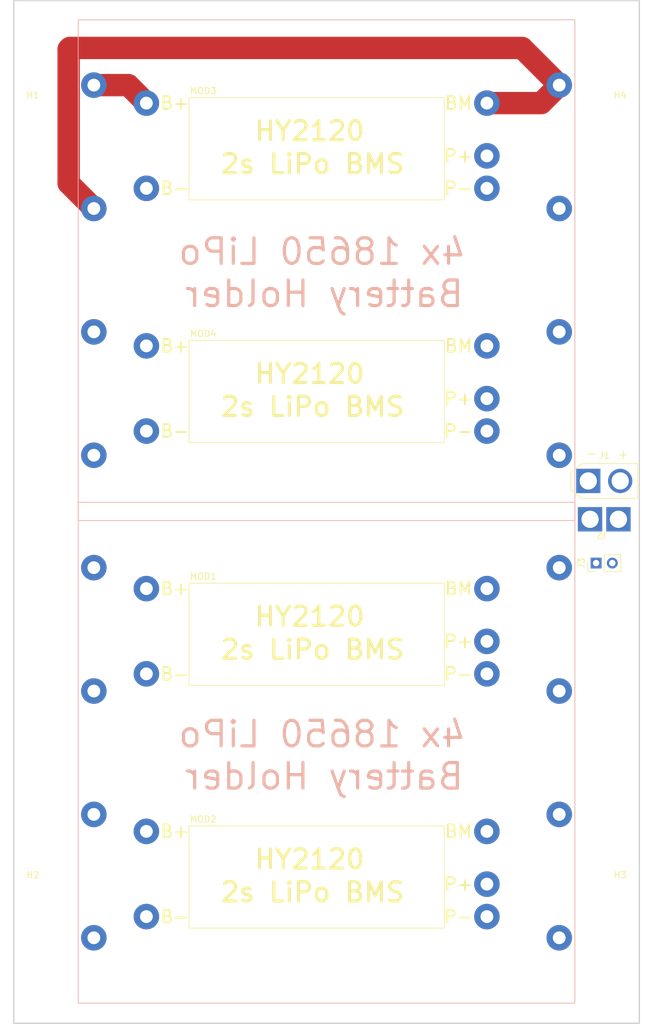
<source format=kicad_pcb>
(kicad_pcb (version 20211014) (generator pcbnew)
  (layers (0 "F.Cu" signal) (31 "B.Cu" signal) (34 "B.Paste" user) (35 "F.Paste" user) (36 "B.SilkS" user "B.Silkscreen") (37 "F.SilkS" user "F.Silkscreen") (38 "B.Mask" user) (39 "F.Mask" user) (44 "Edge.Cuts" user))
  (net 0 "")
  (net 1 "Net-(BH1-Pad1)")
  (net 2 "Net-(BH1-Pad2)")
  (net 3 "Net-(BH1-Pad3)")
  (net 4 "Net-(BH1-Pad4)")
  (net 5 "Net-(BH1-Pad6)")
  (net 6 "Net-(BH1-Pad8)")
  (net 7 "Net-(BH2-Pad1)")
  (net 8 "Net-(BH2-Pad2)")
  (net 9 "Net-(BH2-Pad3)")
  (net 10 "Net-(BH2-Pad4)")
  (net 11 "Net-(BH2-Pad6)")
  (net 12 "Net-(BH2-Pad8)")
  (net 13 "Net-(J2-Pad2)")
  (net 14 "-BATT")
  (net 15 "+BATT")
  (footprint "Connector_PinHeader_2.54mm:PinHeader_1x02_P2.54mm_Vertical" (layer "F.Cu") (at 91.225 88 90)
    (fp_text reference "J3" (at 0 -2.33 90) (layer "F.SilkS"))
    (fp_text value "Conn_01x02" hide)
    (fp_line (start -1.33 -1.33) (end 0 -1.33) (layer "F.SilkS") (width 0.12))
    (fp_line (start -1.33 3.87) (end 1.33 3.87) (layer "F.SilkS") (width 0.12))
    (fp_line (start -1.33 1.27) (end 1.33 1.27) (layer "F.SilkS") (width 0.12))
    (fp_line (start -1.33 0) (end -1.33 -1.33) (layer "F.SilkS") (width 0.12))
    (fp_line (start 1.33 1.27) (end 1.33 3.87) (layer "F.SilkS") (width 0.12))
    (fp_line (start -1.33 1.27) (end -1.33 3.87) (layer "F.SilkS") (width 0.12))
    (pad "1" thru_hole rect (at 0 0 90) (size 1.7 1.7) (drill 1) (layers *.Cu *.Mask) (net 14 "-BATT"))
    (pad "2" thru_hole oval (at 0 2.54 90) (size 1.7 1.7) (drill 1) (layers *.Cu *.Mask) (net 10 "Net-(BH2-Pad4)"))
  )
  (footprint "MountingHole:MountingHole_3.2mm_M3" (layer "F.Cu") (at 3 141)
    (fp_text reference "H2" (at 0 -4.2) (layer "F.SilkS"))
    (fp_text value "MountingHole")
    (pad "" np_thru_hole circle locked (at 0 0) (size 3.2 3.2) (drill 3.2) (layers *.Cu *.Mask))
  )
  (footprint "MountingHole:MountingHole_3.2mm_M3" (layer "F.Cu") (at 95 19)
    (fp_text reference "H4" (at 0 -4.2) (layer "F.SilkS"))
    (fp_text value "MountingHole")
    (pad "" np_thru_hole circle locked (at 0 0) (size 3.2 3.2) (drill 3.2) (layers *.Cu *.Mask))
  )
  (footprint "MountingHole:MountingHole_3.2mm_M3" (layer "F.Cu") (at 95 141)
    (fp_text reference "H3" (at 0 -4.2) (layer "F.SilkS"))
    (fp_text value "MountingHole")
    (pad "" np_thru_hole circle locked (at 0 0) (size 3.2 3.2) (drill 3.2) (layers *.Cu *.Mask))
  )
  (footprint "General:HY2120" (layer "F.Cu") (at 20.78 16.0325)
    (fp_text reference "MOD3" (at 8.89 -1.905 unlocked) (layer "F.SilkS"))
    (fp_text value "HY2120-Module")
    (fp_text user "HY2120" (at 25.5778 4.3688 unlocked) (layer "F.SilkS") (effects (font (size 3 3) (thickness 0.5))))
    (fp_text user "P+" (at 48.895 8.255 unlocked) (layer "F.SilkS") (effects (font (size 2 2) (thickness 0.3))))
    (fp_text user "BM" (at 48.895 0 unlocked) (layer "F.SilkS") (effects (font (size 2 2) (thickness 0.3))))
    (fp_text user "B+" (at 4.445 0 unlocked) (layer "F.SilkS") (effects (font (size 2 2) (thickness 0.3))))
    (fp_text user "P-" (at 48.895 13.335 unlocked) (layer "F.SilkS") (effects (font (size 2 2) (thickness 0.3))))
    (fp_text user "B-" (at 4.445 13.335 unlocked) (layer "F.SilkS") (effects (font (size 2 2) (thickness 0.3))))
    (fp_text user "2s LiPo BMS" (at 26.035 9.525 unlocked) (layer "F.SilkS") (effects (font (size 3 3) (thickness 0.5))))
    (fp_rect (start 6.67 -0.8616) (end 46.67 15.1384) (layer "F.SilkS") (width 0.12) (fill none))
    (pad "1" thru_hole circle (at 0 0) (size 4 4) (drill 2) (layers *.Cu *.Mask) (net 12 "Net-(BH2-Pad8)"))
    (pad "2" thru_hole circle (at 53.34 0) (size 4 4) (drill 2) (layers *.Cu *.Mask) (net 7 "Net-(BH2-Pad1)"))
    (pad "3" thru_hole circle (at 0 13.334) (size 4 4) (drill 2) (layers *.Cu *.Mask) (net 8 "Net-(BH2-Pad2)"))
    (pad "4" thru_hole circle (at 53.34 13.335) (size 4 4) (drill 2) (layers *.Cu *.Mask) (net 14 "-BATT"))
    (pad "5" thru_hole circle (at 53.34 8.255) (size 4 4) (drill 2) (layers *.Cu *.Mask) (net 13 "Net-(J2-Pad2)"))
  )
  (footprint "General:HY2120" (layer "F.Cu") (at 20.78 129.9825)
    (fp_text reference "MOD2" (at 8.89 -1.905 unlocked) (layer "F.SilkS"))
    (fp_text value "HY2120-Module")
    (fp_text user "BM" (at 48.895 0 unlocked) (layer "F.SilkS") (effects (font (size 2 2) (thickness 0.3))))
    (fp_text user "2s LiPo BMS" (at 26.035 9.525 unlocked) (layer "F.SilkS") (effects (font (size 3 3) (thickness 0.5))))
    (fp_text user "B+" (at 4.445 0 unlocked) (layer "F.SilkS") (effects (font (size 2 2) (thickness 0.3))))
    (fp_text user "P-" (at 48.895 13.335 unlocked) (layer "F.SilkS") (effects (font (size 2 2) (thickness 0.3))))
    (fp_text user "HY2120" (at 25.5778 4.3688 unlocked) (layer "F.SilkS") (effects (font (size 3 3) (thickness 0.5))))
    (fp_text user "P+" (at 48.895 8.255 unlocked) (layer "F.SilkS") (effects (font (size 2 2) (thickness 0.3))))
    (fp_text user "B-" (at 4.445 13.335 unlocked) (layer "F.SilkS") (effects (font (size 2 2) (thickness 0.3))))
    (fp_rect (start 6.67 -0.8616) (end 46.67 15.1384) (layer "F.SilkS") (width 0.12) (fill none))
    (pad "1" thru_hole circle (at 0 0) (size 4 4) (drill 2) (layers *.Cu *.Mask) (net 5 "Net-(BH1-Pad6)"))
    (pad "2" thru_hole circle (at 53.34 0) (size 4 4) (drill 2) (layers *.Cu *.Mask) (net 3 "Net-(BH1-Pad3)"))
    (pad "3" thru_hole circle (at 0 13.334) (size 4 4) (drill 2) (layers *.Cu *.Mask) (net 4 "Net-(BH1-Pad4)"))
    (pad "4" thru_hole circle (at 53.34 13.335) (size 4 4) (drill 2) (layers *.Cu *.Mask) (net 14 "-BATT"))
    (pad "5" thru_hole circle (at 53.34 8.255) (size 4 4) (drill 2) (layers *.Cu *.Mask) (net 13 "Net-(J2-Pad2)"))
  )
  (footprint "General:HY2120" (layer "F.Cu") (at 20.78 91.999166)
    (fp_text reference "MOD1" (at 8.89 -1.905 unlocked) (layer "F.SilkS"))
    (fp_text value "HY2120-Module")
    (fp_text user "BM" (at 48.895 0 unlocked) (layer "F.SilkS") (effects (font (size 2 2) (thickness 0.3))))
    (fp_text user "2s LiPo BMS" (at 26.035 9.525 unlocked) (layer "F.SilkS") (effects (font (size 3 3) (thickness 0.5))))
    (fp_text user "P-" (at 48.895 13.335 unlocked) (layer "F.SilkS") (effects (font (size 2 2) (thickness 0.3))))
    (fp_text user "B-" (at 4.445 13.335 unlocked) (layer "F.SilkS") (effects (font (size 2 2) (thickness 0.3))))
    (fp_text user "B+" (at 4.445 0 unlocked) (layer "F.SilkS") (effects (font (size 2 2) (thickness 0.3))))
    (fp_text user "HY2120" (at 25.5778 4.3688 unlocked) (layer "F.SilkS") (effects (font (size 3 3) (thickness 0.5))))
    (fp_text user "P+" (at 48.895 8.255 unlocked) (layer "F.SilkS") (effects (font (size 2 2) (thickness 0.3))))
    (fp_rect (start 6.67 -0.8616) (end 46.67 15.1384) (layer "F.SilkS") (width 0.12) (fill none))
    (pad "1" thru_hole circle (at 0 0) (size 4 4) (drill 2) (layers *.Cu *.Mask) (net 6 "Net-(BH1-Pad8)"))
    (pad "2" thru_hole circle (at 53.34 0) (size 4 4) (drill 2) (layers *.Cu *.Mask) (net 1 "Net-(BH1-Pad1)"))
    (pad "3" thru_hole circle (at 0 13.334) (size 4 4) (drill 2) (layers *.Cu *.Mask) (net 2 "Net-(BH1-Pad2)"))
    (pad "4" thru_hole circle (at 53.34 13.335) (size 4 4) (drill 2) (layers *.Cu *.Mask) (net 14 "-BATT"))
    (pad "5" thru_hole circle (at 53.34 8.255) (size 4 4) (drill 2) (layers *.Cu *.Mask) (net 13 "Net-(J2-Pad2)"))
  )
  (footprint "General:+Batt Conn." (layer "F.Cu") (at 94.7225 81.15 180)
    (fp_text reference "J2" (at 2.54 -2.54 180 unlocked) (layer "F.SilkS"))
    (fp_text value "Conn_01x02" hide)
    (pad "1" thru_hole rect (at 0 0 180) (size 3.8 3.8) (drill 2.7) (layers *.Cu *.Mask) (net 15 "+BATT"))
    (pad "2" thru_hole rect (at 4.445 0 180) (size 3.8 3.8) (drill 2.7) (layers *.Cu *.Mask) (net 13 "Net-(J2-Pad2)"))
  )
  (footprint "Connector_AMASS:AMASS_XT30U-M_1x02_P5.0mm_Vertical" (layer "F.Cu") (at 90 75.15)
    (fp_text reference "J1" (at 2.5 -4) (layer "F.SilkS"))
    (fp_text value "Conn_01x02" hide)
    (fp_text user "-" (at 0.5 -4.3) (layer "F.SilkS") (effects (font (size 1.5 1.5))))
    (fp_text user "+" (at 5.5 -4.2) (layer "F.SilkS") (effects (font (size 1.5 1.5))))
    (fp_line (start -2.71 -1.41) (end -2.71 1.41) (layer "F.SilkS") (width 0.12))
    (fp_line (start -1.01 -2.71) (end 7.71 -2.71) (layer "F.SilkS") (width 0.12))
    (fp_line (start 7.71 -2.71) (end 7.71 2.71) (layer "F.SilkS") (width 0.12))
    (fp_line (start -2.71 -1.41) (end -1.01 -2.71) (layer "F.SilkS") (width 0.12))
    (fp_line (start -1.01 2.71) (end 7.71 2.71) (layer "F.SilkS") (width 0.12))
    (fp_line (start -2.71 1.41) (end -1.01 2.71) (layer "F.SilkS") (width 0.12))
    (pad "1" thru_hole rect (at 0 0) (size 3.8 3.8) (drill 2.7) (layers *.Cu *.Mask) (net 14 "-BATT"))
    (pad "2" thru_hole circle (at 5 0) (size 3.8 3.8) (drill 2.7) (layers *.Cu *.Mask) (net 15 "+BATT"))
  )
  (footprint "General:HY2120" (layer "F.Cu") (at 20.78 54.015833)
    (fp_text reference "MOD4" (at 8.89 -1.905 unlocked) (layer "F.SilkS"))
    (fp_text value "HY2120-Module")
    (fp_text user "2s LiPo BMS" (at 26.035 9.525 unlocked) (layer "F.SilkS") (effects (font (size 3 3) (thickness 0.5))))
    (fp_text user "B+" (at 4.445 0 unlocked) (layer "F.SilkS") (effects (font (size 2 2) (thickness 0.3))))
    (fp_text user "BM" (at 48.895 0 unlocked) (layer "F.SilkS") (effects (font (size 2 2) (thickness 0.3))))
    (fp_text user "P-" (at 48.895 13.335 unlocked) (layer "F.SilkS") (effects (font (size 2 2) (thickness 0.3))))
    (fp_text user "P+" (at 48.895 8.255 unlocked) (layer "F.SilkS") (effects (font (size 2 2) (thickness 0.3))))
    (fp_text user "HY2120" (at 25.5778 4.3688 unlocked) (layer "F.SilkS") (effects (font (size 3 3) (thickness 0.5))))
    (fp_text user "B-" (at 4.445 13.335 unlocked) (layer "F.SilkS") (effects (font (size 2 2) (thickness 0.3))))
    (fp_rect (start 6.67 -0.8616) (end 46.67 15.1384) (layer "F.SilkS") (width 0.12) (fill none))
    (pad "1" thru_hole circle (at 0 0) (size 4 4) (drill 2) (layers *.Cu *.Mask) (net 11 "Net-(BH2-Pad6)"))
    (pad "2" thru_hole circle (at 53.34 0) (size 4 4) (drill 2) (layers *.Cu *.Mask) (net 9 "Net-(BH2-Pad3)"))
    (pad "3" thru_hole circle (at 0 13.334) (size 4 4) (drill 2) (layers *.Cu *.Mask) (net 10 "Net-(BH2-Pad4)"))
    (pad "4" thru_hole circle (at 53.34 13.335) (size 4 4) (drill 2) (layers *.Cu *.Mask) (net 14 "-BATT"))
    (pad "5" thru_hole circle (at 53.34 8.255) (size 4 4) (drill 2) (layers *.Cu *.Mask) (net 13 "Net-(J2-Pad2)"))
  )
  (footprint "MountingHole:MountingHole_3.2mm_M3" (layer "F.Cu") (at 3 19)
    (fp_text reference "H1" (at 0 -4.2) (layer "F.SilkS"))
    (fp_text value "MountingHole")
    (pad "" np_thru_hole circle locked (at 0 0) (size 3.2 3.2) (drill 3.2) (layers *.Cu *.Mask))
  )
  (footprint "General:4x_18650_LiPo_Module" (layer "B.Cu") (at 49 3 180)
    (fp_text reference "BH2" hide)
    (fp_text value "4x_18650_LiPo_Holder" hide)
    (fp_text user "Battery Holder" (at 0.3698 -42.884 unlocked) (layer "B.SilkS") (effects (font (size 4 4) (thickness 0.5)) (justify mirror)))
    (fp_text user "4x 18650 LiPo" (at 0.7 -36.28 unlocked) (layer "B.SilkS") (effects (font (size 4 4) (thickness 0.5)) (justify mirror)))
    (fp_rect (start -38.9 0) (end 38.9 -78.35) (layer "B.SilkS") (width 0.12) (fill none))
    (pad "1" thru_hole circle (at -36.449 -10.219 180) (size 4 4) (drill 2) (layers *.Cu *.Mask) (net 7 "Net-(BH2-Pad1)"))
    (pad "2" thru_hole circle (at -36.449 -29.523 180) (size 4 4) (drill 2) (layers *.Cu *.Mask) (net 8 "Net-(BH2-Pad2)"))
    (pad "3" thru_hole circle (at -36.449 -48.827 180) (size 4 4) (drill 2) (layers *.Cu *.Mask) (net 9 "Net-(BH2-Pad3)"))
    (pad "4" thru_hole circle (at -36.449 -68.131 90) (size 4 4) (drill 2) (layers *.Cu *.Mask) (net 10 "Net-(BH2-Pad4)"))
    (pad "5" thru_hole circle (at 36.449 -68.131 180) (size 4 4) (drill 2) (layers *.Cu *.Mask) (net 9 "Net-(BH2-Pad3)"))
    (pad "6" thru_hole circle (at 36.449 -48.827 180) (size 4 4) (drill 2) (layers *.Cu *.Mask) (net 11 "Net-(BH2-Pad6)"))
    (pad "7" thru_hole circle (at 36.449 -29.523 180) (size 4 4) (drill 2) (layers *.Cu *.Mask) (net 7 "Net-(BH2-Pad1)"))
    (pad "8" thru_hole circle (at 36.449 -10.219 180) (size 4 4) (drill 2) (layers *.Cu *.Mask) (net 12 "Net-(BH2-Pad8)"))
  )
  (footprint "General:4x_18650_LiPo_Module" (layer "B.Cu") (at 49 78.5 180)
    (fp_text reference "BH1" hide)
    (fp_text value "4x_18650_LiPo_Holder" hide)
    (fp_text user "4x 18650 LiPo" (at 0.7 -36.28 unlocked) (layer "B.SilkS") (effects (font (size 4 4) (thickness 0.5)) (justify mirror)))
    (fp_text user "Battery Holder" (at 0.3698 -42.884 unlocked) (layer "B.SilkS") (effects (font (size 4 4) (thickness 0.5)) (justify mirror)))
    (fp_rect (start -38.9 0) (end 38.9 -78.35) (layer "B.SilkS") (width 0.12) (fill none))
    (pad "1" thru_hole circle (at -36.449 -10.219 180) (size 4 4) (drill 2) (layers *.Cu *.Mask) (net 1 "Net-(BH1-Pad1)"))
    (pad "2" thru_hole circle (at -36.449 -29.523 180) (size 4 4) (drill 2) (layers *.Cu *.Mask) (net 2 "Net-(BH1-Pad2)"))
    (pad "3" thru_hole circle (at -36.449 -48.827 180) (size 4 4) (drill 2) (layers *.Cu *.Mask) (net 3 "Net-(BH1-Pad3)"))
    (pad "4" thru_hole circle (at -36.449 -68.131 90) (size 4 4) (drill 2) (layers *.Cu *.Mask) (net 4 "Net-(BH1-Pad4)"))
    (pad "5" thru_hole circle (at 36.449 -68.131 180) (size 4 4) (drill 2) (layers *.Cu *.Mask) (net 3 "Net-(BH1-Pad3)"))
    (pad "6" thru_hole circle (at 36.449 -48.827 180) (size 4 4) (drill 2) (layers *.Cu *.Mask) (net 5 "Net-(BH1-Pad6)"))
    (pad "7" thru_hole circle (at 36.449 -29.523 180) (size 4 4) (drill 2) (layers *.Cu *.Mask) (net 1 "Net-(BH1-Pad1)"))
    (pad "8" thru_hole circle (at 36.449 -10.219 180) (size 4 4) (drill 2) (layers *.Cu *.Mask) (net 6 "Net-(BH1-Pad8)"))
  )
  (gr_rect (start 0 0) (end 98 160) (layer "Edge.Cuts") (width 0.2) (fill none))
  (segment (start 8.601489 7.598511) (end 8.601489 28.573489) (width 3.5) (layer "F.Cu") (net 7))
  (segment (start 8.601489 28.573489) (end 12.551 32.523) (width 3.5) (layer "F.Cu") (net 7))
  (segment (start 8.8 7.4) (end 8.601489 7.598511) (width 3.5) (layer "F.Cu") (net 7))
  (segment (start 74.12 16.0325) (end 82.6355 16.0325) (width 3.5) (layer "F.Cu") (net 7))
  (segment (start 82.6355 16.0325) (end 85.449 13.219) (width 3.5) (layer "F.Cu") (net 7))
  (segment (start 85.449 13.219) (end 79.63 7.4) (width 3.5) (layer "F.Cu") (net 7))
  (segment (start 79.63 7.4) (end 8.8 7.4) (width 3.5) (layer "F.Cu") (net 7))
  (segment (start 17.9665 13.219) (end 20.78 16.0325) (width 3.5) (layer "F.Cu") (net 12))
  (segment (start 12.551 13.219) (end 17.9665 13.219) (width 3.5) (layer "F.Cu") (net 12))
)
</source>
